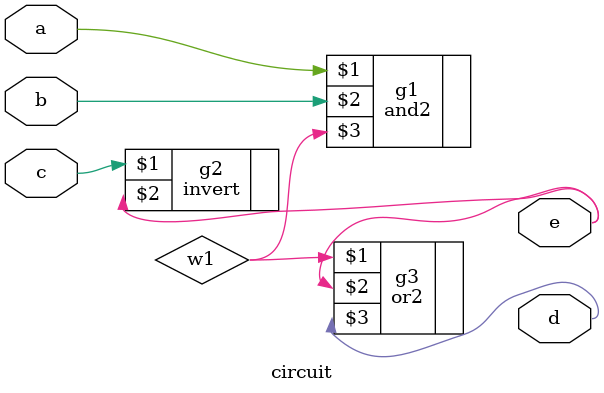
<source format=v>
module circuit(a, b, c, d, e);
    input a, b, c;
    output d, e;
    wire w1;
    and2 g1 (a, b, w1);
    invert g2 (c, e);
    or2 g3 (w1, e, d);
endmodule
</source>
